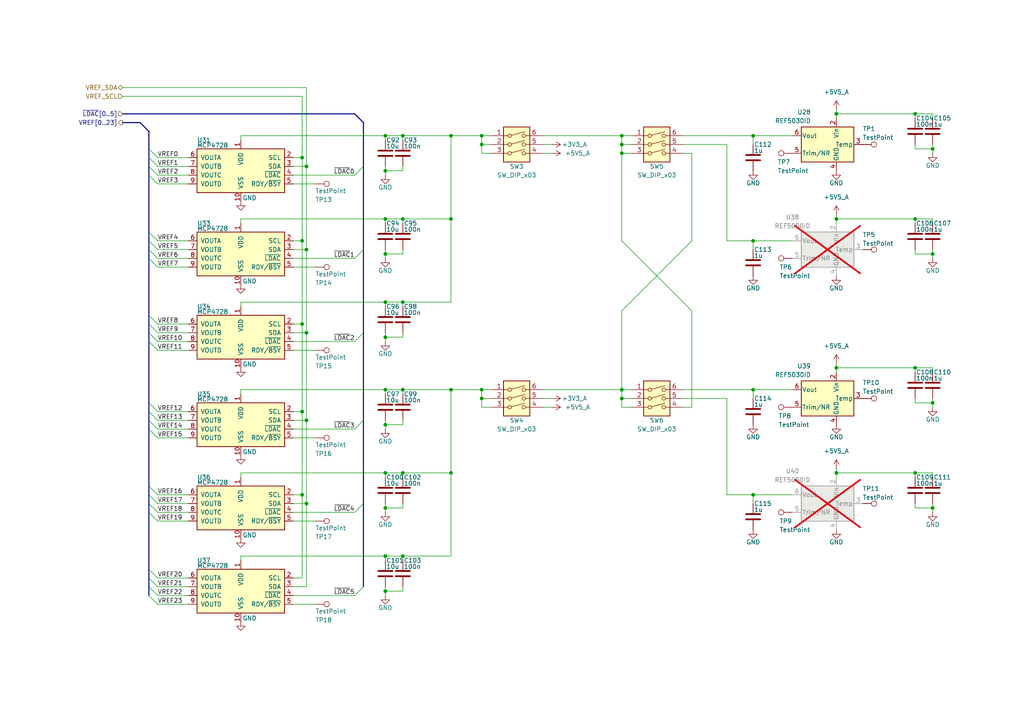
<source format=kicad_sch>
(kicad_sch (version 20250114) (generator "eeschema") (generator_version "9.0")
  (paper "A4")
  (lib_symbols
    (symbol "Analog_DAC:MCP4728" (pin_names (offset 1.016))
      (property "Reference" "U" (at -12.7 6.35 0))
      (property "Value" "MCP4728" (at 12.7 6.35 0))
      (symbol "MCP4728_0_1"
        (rectangle (start -12.7 5.08) (end 12.7 -7.62) (stroke (width 0.254)) (fill (type background)))
      )
      (symbol "MCP4728_1_1"
        (pin input line (at -15.24 2.54 0) (length 2.54) (name "SCL") (number "2"))
        (pin bidirectional line (at -15.24 0 0) (length 2.54) (name "SDA") (number "3"))
        (pin input line (at -15.24 -2.54 0) (length 2.54) (name "~{LDAC}") (number "4"))
        (pin output line (at -15.24 -5.08 0) (length 2.54) (name "RDY/~{BSY}") (number "5"))
        (pin power_in line (at 0 7.62 270) (length 2.54) (name "VDD") (number "1"))
        (pin power_in line (at 0 -10.16 90) (length 2.54) (name "VSS") (number "10"))
        (pin output line (at 15.24 2.54 180) (length 2.54) (name "VOUTA") (number "6"))
        (pin output line (at 15.24 0 180) (length 2.54) (name "VOUTB") (number "7"))
        (pin output line (at 15.24 -2.54 180) (length 2.54) (name "VOUTC") (number "8"))
        (pin output line (at 15.24 -5.08 180) (length 2.54) (name "VOUTD") (number "9"))
      )
    )
    (symbol "Connector:TestPoint" (pin_numbers (hide yes)) (pin_names (offset 0.762) (hide yes))
      (property "Reference" "TP" (at 0 6.858 0))
      (property "Value" "TestPoint" (at 0 5.08 0))
      (symbol "TestPoint_0_1"
        (circle (center 0 3.302) (radius 0.762))
      )
      (symbol "TestPoint_1_1"
        (pin passive line (at 0 0 90) (length 2.54) (name "1") (number "1"))
      )
    )
    (symbol "Device:C" (pin_numbers (hide yes)) (pin_names (offset 0.254))
      (property "Reference" "C" (at 0.635 2.54 0))
      (property "Value" "C" (at 0.635 -2.54 0))
      (symbol "C_0_1"
        (polyline (pts (xy -2.032 0.762) (xy 2.032 0.762)) (stroke (width 0.508)))
        (polyline (pts (xy -2.032 -0.762) (xy 2.032 -0.762)) (stroke (width 0.508)))
      )
      (symbol "C_1_1"
        (pin passive line (at 0 3.81 270) (length 2.794) (name "~") (number "1"))
        (pin passive line (at 0 -3.81 90) (length 2.794) (name "~") (number "2"))
      )
    )
    (symbol "Reference_Voltage:REF5030ID" (pin_names (offset 0.254))
      (property "Reference" "U" (at -1.27 8.255 0))
      (property "Value" "REF5030ID" (at -1.27 6.35 0))
      (symbol "REF5030ID_0_1"
        (rectangle (start -7.62 5.08) (end 7.62 -5.08) (stroke (width 0.254)) (fill (type background)))
      )
      (symbol "REF5030ID_1_1"
        (pin passive line (at -10.16 0 0) (length 2.54) (name "Temp") (number "3"))
        (pin no_connect line (at -7.62 2.54 0) (length 2.54) (hide yes) (name "DNC") (number "1"))
        (pin no_connect line (at -5.08 -5.08 90) (length 2.54) (hide yes) (name "NC") (number "7"))
        (pin power_in line (at -2.54 7.62 270) (length 2.54) (name "Vin") (number "2"))
        (pin power_in line (at -2.54 -7.62 90) (length 2.54) (name "GND") (number "4"))
        (pin no_connect line (at 7.62 0 180) (length 2.54) (hide yes) (name "DNC") (number "8"))
        (pin power_out line (at 10.16 2.54 180) (length 2.54) (name "Vout") (number "6"))
        (pin passive line (at 10.16 -2.54 180) (length 2.54) (name "Trim/NR") (number "5"))
      )
    )
    (symbol "Reference_Voltage:REF5050ID" (pin_names (offset 0.254))
      (property "Reference" "U" (at -1.27 8.255 0))
      (property "Value" "REF5050ID" (at -1.27 6.35 0))
      (symbol "REF5050ID_0_1"
        (rectangle (start -7.62 5.08) (end 7.62 -5.08) (stroke (width 0.254)) (fill (type background)))
      )
      (symbol "REF5050ID_1_1"
        (pin passive line (at -10.16 0 0) (length 2.54) (name "Temp") (number "3"))
        (pin no_connect line (at -7.62 2.54 0) (length 2.54) (hide yes) (name "DNC") (number "1"))
        (pin no_connect line (at -5.08 -5.08 90) (length 2.54) (hide yes) (name "NC") (number "7"))
        (pin power_in line (at -2.54 7.62 270) (length 2.54) (name "Vin") (number "2"))
        (pin power_in line (at -2.54 -7.62 90) (length 2.54) (name "GND") (number "4"))
        (pin no_connect line (at 7.62 0 180) (length 2.54) (hide yes) (name "DNC") (number "8"))
        (pin power_out line (at 10.16 2.54 180) (length 2.54) (name "Vout") (number "6"))
        (pin passive line (at 10.16 -2.54 180) (length 2.54) (name "Trim/NR") (number "5"))
      )
    )
    (symbol "Switch:SW_DIP_x03" (pin_names (offset 0) (hide yes))
      (property "Reference" "SW" (at 0 6.35 0))
      (property "Value" "SW_DIP_x03" (at 0 -6.35 0))
      (symbol "SW_DIP_x03_0_0"
        (circle (center -2.032 2.54) (radius 0.508))
        (circle (center -2.032 0) (radius 0.508))
        (circle (center -2.032 -2.54) (radius 0.508))
        (polyline (pts (xy -1.524 2.667) (xy 2.3622 3.7084)))
        (polyline (pts (xy -1.524 0.127) (xy 2.3622 1.1684)))
        (polyline (pts (xy -1.524 -2.413) (xy 2.3622 -1.3716)))
        (circle (center 2.032 2.54) (radius 0.508))
        (circle (center 2.032 0) (radius 0.508))
        (circle (center 2.032 -2.54) (radius 0.508))
      )
      (symbol "SW_DIP_x03_0_1"
        (rectangle (start -3.81 5.08) (end 3.81 -5.08) (stroke (width 0.254)) (fill (type background)))
      )
      (symbol "SW_DIP_x03_1_1"
        (pin passive line (at -7.62 2.54 0) (length 5.08) (name "~") (number "1"))
        (pin passive line (at -7.62 0 0) (length 5.08) (name "~") (number "2"))
        (pin passive line (at -7.62 -2.54 0) (length 5.08) (name "~") (number "3"))
        (pin passive line (at 7.62 2.54 180) (length 5.08) (name "~") (number "6"))
        (pin passive line (at 7.62 0 180) (length 5.08) (name "~") (number "5"))
        (pin passive line (at 7.62 -2.54 180) (length 5.08) (name "~") (number "4"))
      )
    )
    (symbol "power:+3V3" (power) (pin_numbers (hide yes)) (pin_names (offset 0) (hide yes))
      (property "Value" "+3V3" (at 0 3.556 0))
      (symbol "+3V3_0_1"
        (polyline (pts (xy -0.762 1.27) (xy 0 2.54)))
        (polyline (pts (xy 0 2.54) (xy 0.762 1.27)))
        (polyline (pts (xy 0 0) (xy 0 2.54)))
      )
      (symbol "+3V3_1_1"
        (pin power_in line (at 0 0 90) (length 0) (name "~") (number "1"))
      )
    )
    (symbol "power:GND" (power) (pin_numbers (hide yes)) (pin_names (offset 0) (hide yes))
      (property "Value" "GND" (at 0 -3.81 0))
      (symbol "GND_0_1"
        (polyline (pts (xy 0 0) (xy 0 -1.27) (xy 1.27 -1.27) (xy 0 -2.54) (xy -1.27 -1.27) (xy 0 -1.27)))
      )
      (symbol "GND_1_1"
        (pin power_in line (at 0 0 270) (length 0) (name "~") (number "1"))
      )
    )
  )
  (junction (at 139.7 113.03))
  (junction (at 130.81 113.03))
  (junction (at 88.9 48.26))
  (junction (at 88.9 121.92))
  (junction (at 111.76 171.45))
  (junction (at 87.63 119.38))
  (junction (at 180.34 39.37))
  (junction (at 139.7 41.91))
  (junction (at 111.76 147.32))
  (junction (at 242.57 137.16))
  (junction (at 265.43 137.16))
  (junction (at 111.76 73.66))
  (junction (at 116.84 137.16))
  (junction (at 111.76 97.79))
  (junction (at 180.34 41.91))
  (junction (at 180.34 115.57))
  (junction (at 139.7 39.37))
  (junction (at 242.57 63.5))
  (junction (at 116.84 87.63))
  (junction (at 111.76 137.16))
  (junction (at 130.81 39.37))
  (junction (at 139.7 115.57))
  (junction (at 242.57 33.02))
  (junction (at 88.9 96.52))
  (junction (at 87.63 93.98))
  (junction (at 218.44 69.85))
  (junction (at 116.84 39.37))
  (junction (at 270.51 73.66))
  (junction (at 88.9 146.05))
  (junction (at 87.63 45.72))
  (junction (at 180.34 44.45))
  (junction (at 111.76 63.5))
  (junction (at 116.84 161.29))
  (junction (at 111.76 113.03))
  (junction (at 111.76 123.19))
  (junction (at 116.84 113.03))
  (junction (at 242.57 106.68))
  (junction (at 88.9 72.39))
  (junction (at 116.84 63.5))
  (junction (at 87.63 143.51))
  (junction (at 265.43 63.5))
  (junction (at 111.76 39.37))
  (junction (at 265.43 33.02))
  (junction (at 180.34 113.03))
  (junction (at 111.76 87.63))
  (junction (at 270.51 43.18))
  (junction (at 111.76 161.29))
  (junction (at 130.81 63.5))
  (junction (at 87.63 69.85))
  (junction (at 265.43 106.68))
  (junction (at 270.51 116.84))
  (junction (at 270.51 147.32))
  (junction (at 218.44 143.51))
  (junction (at 218.44 39.37))
  (junction (at 130.81 137.16))
  (junction (at 111.76 49.53))
  (junction (at 218.44 113.03))
  (bus_entry (at 105.41 146.05) (size -2.54 2.54))
  (bus_entry (at 45.72 72.39) (size -2.54 -2.54))
  (bus_entry (at 45.72 48.26) (size -2.54 -2.54))
  (bus_entry (at 105.41 96.52) (size -2.54 2.54))
  (bus_entry (at 45.72 146.05) (size -2.54 -2.54))
  (bus_entry (at 105.41 72.39) (size -2.54 2.54))
  (bus_entry (at 45.72 119.38) (size -2.54 -2.54))
  (bus_entry (at 105.41 121.92) (size -2.54 2.54))
  (bus_entry (at 45.72 124.46) (size -2.54 -2.54))
  (bus_entry (at 45.72 53.34) (size -2.54 -2.54))
  (bus_entry (at 45.72 101.6) (size -2.54 -2.54))
  (bus_entry (at 45.72 172.72) (size -2.54 -2.54))
  (bus_entry (at 45.72 99.06) (size -2.54 -2.54))
  (bus_entry (at 45.72 127) (size -2.54 -2.54))
  (bus_entry (at 45.72 151.13) (size -2.54 -2.54))
  (bus_entry (at 45.72 143.51) (size -2.54 -2.54))
  (bus_entry (at 45.72 69.85) (size -2.54 -2.54))
  (bus_entry (at 45.72 121.92) (size -2.54 -2.54))
  (bus_entry (at 105.41 170.18) (size -2.54 2.54))
  (bus_entry (at 45.72 167.64) (size -2.54 -2.54))
  (bus_entry (at 45.72 96.52) (size -2.54 -2.54))
  (bus_entry (at 45.72 50.8) (size -2.54 -2.54))
  (bus_entry (at 45.72 175.26) (size -2.54 -2.54))
  (bus_entry (at 45.72 148.59) (size -2.54 -2.54))
  (bus_entry (at 45.72 74.93) (size -2.54 -2.54))
  (bus_entry (at 45.72 170.18) (size -2.54 -2.54))
  (bus_entry (at 45.72 93.98) (size -2.54 -2.54))
  (bus_entry (at 105.41 48.26) (size -2.54 2.54))
  (bus_entry (at 45.72 77.47) (size -2.54 -2.54))
  (bus_entry (at 45.72 45.72) (size -2.54 -2.54))
  (wire (pts (xy 265.43 43.18) (xy 270.51 43.18)))
  (wire (pts (xy 157.48 39.37) (xy 180.34 39.37)))
  (wire (pts (xy 270.51 34.29) (xy 270.51 33.02)))
  (bus (pts (xy 105.41 72.39) (xy 105.41 96.52)))
  (wire (pts (xy 139.7 115.57) (xy 139.7 113.03)))
  (wire (pts (xy 45.72 77.47) (xy 54.61 77.47)))
  (wire (pts (xy 69.85 39.37) (xy 111.76 39.37)))
  (wire (pts (xy 270.51 147.32) (xy 270.51 148.59)))
  (wire (pts (xy 87.63 119.38) (xy 87.63 143.51)))
  (wire (pts (xy 142.24 41.91) (xy 139.7 41.91)))
  (wire (pts (xy 218.44 39.37) (xy 218.44 41.91)))
  (wire (pts (xy 242.57 33.02) (xy 242.57 34.29)))
  (bus (pts (xy 105.41 121.92) (xy 105.41 146.05)))
  (wire (pts (xy 270.51 107.95) (xy 270.51 106.68)))
  (wire (pts (xy 116.84 48.26) (xy 116.84 49.53)))
  (wire (pts (xy 69.85 87.63) (xy 111.76 87.63)))
  (wire (pts (xy 142.24 44.45) (xy 139.7 44.45)))
  (bus (pts (xy 43.18 121.92) (xy 43.18 124.46)))
  (wire (pts (xy 45.72 72.39) (xy 54.61 72.39)))
  (wire (pts (xy 160.02 115.57) (xy 157.48 115.57)))
  (wire (pts (xy 87.63 69.85) (xy 87.63 45.72)))
  (wire (pts (xy 111.76 74.93) (xy 111.76 73.66)))
  (wire (pts (xy 116.84 113.03) (xy 116.84 114.3)))
  (wire (pts (xy 69.85 113.03) (xy 111.76 113.03)))
  (wire (pts (xy 182.88 118.11) (xy 180.34 118.11)))
  (wire (pts (xy 242.57 106.68) (xy 242.57 107.95)))
  (wire (pts (xy 265.43 72.39) (xy 265.43 73.66)))
  (wire (pts (xy 139.7 41.91) (xy 139.7 39.37)))
  (bus (pts (xy 35.56 33.02) (xy 102.87 33.02)))
  (wire (pts (xy 116.84 121.92) (xy 116.84 123.19)))
  (wire (pts (xy 270.51 137.16) (xy 265.43 137.16)))
  (wire (pts (xy 111.76 39.37) (xy 111.76 40.64)))
  (wire (pts (xy 45.72 119.38) (xy 54.61 119.38)))
  (wire (pts (xy 111.76 113.03) (xy 111.76 114.3)))
  (wire (pts (xy 116.84 161.29) (xy 130.81 161.29)))
  (wire (pts (xy 180.34 90.17) (xy 180.34 113.03)))
  (wire (pts (xy 111.76 99.06) (xy 111.76 97.79)))
  (wire (pts (xy 116.84 87.63) (xy 116.84 88.9)))
  (wire (pts (xy 45.72 151.13) (xy 54.61 151.13)))
  (bus (pts (xy 43.18 143.51) (xy 43.18 146.05)))
  (wire (pts (xy 111.76 161.29) (xy 111.76 162.56)))
  (wire (pts (xy 88.9 96.52) (xy 88.9 121.92)))
  (wire (pts (xy 116.84 87.63) (xy 130.81 87.63)))
  (wire (pts (xy 139.7 113.03) (xy 142.24 113.03)))
  (wire (pts (xy 35.56 27.94) (xy 87.63 27.94)))
  (wire (pts (xy 111.76 87.63) (xy 111.76 88.9)))
  (bus (pts (xy 102.87 33.02) (xy 105.41 35.56)))
  (wire (pts (xy 69.85 63.5) (xy 111.76 63.5)))
  (wire (pts (xy 85.09 69.85) (xy 87.63 69.85)))
  (wire (pts (xy 111.76 63.5) (xy 116.84 63.5)))
  (wire (pts (xy 218.44 113.03) (xy 229.87 113.03)))
  (wire (pts (xy 218.44 143.51) (xy 229.87 143.51)))
  (bus (pts (xy 43.18 170.18) (xy 43.18 172.72)))
  (wire (pts (xy 85.09 143.51) (xy 87.63 143.51)))
  (wire (pts (xy 210.82 115.57) (xy 210.82 143.51)))
  (bus (pts (xy 105.41 35.56) (xy 105.41 48.26)))
  (wire (pts (xy 200.66 44.45) (xy 198.12 44.45)))
  (bus (pts (xy 43.18 48.26) (xy 43.18 50.8)))
  (wire (pts (xy 180.34 44.45) (xy 180.34 69.85)))
  (wire (pts (xy 270.51 63.5) (xy 265.43 63.5)))
  (wire (pts (xy 116.84 39.37) (xy 130.81 39.37)))
  (wire (pts (xy 180.34 41.91) (xy 180.34 39.37)))
  (wire (pts (xy 160.02 41.91) (xy 157.48 41.91)))
  (wire (pts (xy 69.85 161.29) (xy 111.76 161.29)))
  (wire (pts (xy 180.34 44.45) (xy 180.34 41.91)))
  (wire (pts (xy 139.7 44.45) (xy 139.7 41.91)))
  (wire (pts (xy 242.57 63.5) (xy 242.57 64.77)))
  (wire (pts (xy 111.76 123.19) (xy 116.84 123.19)))
  (bus (pts (xy 105.41 146.05) (xy 105.41 170.18)))
  (wire (pts (xy 111.76 161.29) (xy 116.84 161.29)))
  (wire (pts (xy 265.43 73.66) (xy 270.51 73.66)))
  (wire (pts (xy 111.76 137.16) (xy 111.76 138.43)))
  (wire (pts (xy 85.09 101.6) (xy 91.44 101.6)))
  (bus (pts (xy 43.18 146.05) (xy 43.18 148.59)))
  (wire (pts (xy 45.72 45.72) (xy 54.61 45.72)))
  (wire (pts (xy 139.7 118.11) (xy 139.7 115.57)))
  (wire (pts (xy 130.81 39.37) (xy 139.7 39.37)))
  (wire (pts (xy 116.84 113.03) (xy 130.81 113.03)))
  (wire (pts (xy 111.76 39.37) (xy 116.84 39.37)))
  (wire (pts (xy 242.57 106.68) (xy 265.43 106.68)))
  (wire (pts (xy 265.43 33.02) (xy 265.43 34.29)))
  (wire (pts (xy 87.63 27.94) (xy 87.63 45.72)))
  (wire (pts (xy 111.76 148.59) (xy 111.76 147.32)))
  (wire (pts (xy 85.09 72.39) (xy 88.9 72.39)))
  (wire (pts (xy 116.84 96.52) (xy 116.84 97.79)))
  (wire (pts (xy 45.72 143.51) (xy 54.61 143.51)))
  (bus (pts (xy 43.18 69.85) (xy 43.18 72.39)))
  (wire (pts (xy 69.85 88.9) (xy 69.85 87.63)))
  (wire (pts (xy 35.56 25.4) (xy 88.9 25.4)))
  (wire (pts (xy 85.09 167.64) (xy 87.63 167.64)))
  (bus (pts (xy 43.18 167.64) (xy 43.18 170.18)))
  (wire (pts (xy 116.84 137.16) (xy 116.84 138.43)))
  (wire (pts (xy 45.72 101.6) (xy 54.61 101.6)))
  (wire (pts (xy 210.82 69.85) (xy 218.44 69.85)))
  (wire (pts (xy 200.66 90.17) (xy 200.66 118.11)))
  (bus (pts (xy 43.18 45.72) (xy 43.18 48.26)))
  (wire (pts (xy 69.85 114.3) (xy 69.85 113.03)))
  (bus (pts (xy 43.18 38.1) (xy 43.18 43.18)))
  (wire (pts (xy 45.72 146.05) (xy 54.61 146.05)))
  (wire (pts (xy 111.76 49.53) (xy 116.84 49.53)))
  (wire (pts (xy 116.84 137.16) (xy 130.81 137.16)))
  (wire (pts (xy 116.84 63.5) (xy 116.84 64.77)))
  (wire (pts (xy 218.44 39.37) (xy 229.87 39.37)))
  (bus (pts (xy 105.41 96.52) (xy 105.41 121.92)))
  (wire (pts (xy 265.43 146.05) (xy 265.43 147.32)))
  (wire (pts (xy 85.09 53.34) (xy 91.44 53.34)))
  (wire (pts (xy 111.76 73.66) (xy 116.84 73.66)))
  (wire (pts (xy 270.51 146.05) (xy 270.51 147.32)))
  (wire (pts (xy 111.76 147.32) (xy 116.84 147.32)))
  (wire (pts (xy 270.51 72.39) (xy 270.51 73.66)))
  (wire (pts (xy 270.51 41.91) (xy 270.51 43.18)))
  (wire (pts (xy 218.44 69.85) (xy 229.87 69.85)))
  (wire (pts (xy 85.09 74.93) (xy 102.87 74.93)))
  (bus (pts (xy 43.18 91.44) (xy 43.18 93.98)))
  (wire (pts (xy 69.85 40.64) (xy 69.85 39.37)))
  (wire (pts (xy 45.72 96.52) (xy 54.61 96.52)))
  (wire (pts (xy 85.09 99.06) (xy 102.87 99.06)))
  (wire (pts (xy 242.57 105.41) (xy 242.57 106.68)))
  (wire (pts (xy 87.63 143.51) (xy 87.63 167.64)))
  (wire (pts (xy 111.76 73.66) (xy 111.76 72.39)))
  (wire (pts (xy 45.72 99.06) (xy 54.61 99.06)))
  (wire (pts (xy 69.85 138.43) (xy 69.85 137.16)))
  (wire (pts (xy 242.57 135.89) (xy 242.57 137.16)))
  (wire (pts (xy 198.12 118.11) (xy 200.66 118.11)))
  (wire (pts (xy 200.66 69.85) (xy 180.34 90.17)))
  (wire (pts (xy 45.72 175.26) (xy 54.61 175.26)))
  (wire (pts (xy 85.09 119.38) (xy 87.63 119.38)))
  (wire (pts (xy 69.85 64.77) (xy 69.85 63.5)))
  (wire (pts (xy 116.84 146.05) (xy 116.84 147.32)))
  (wire (pts (xy 218.44 69.85) (xy 218.44 72.39)))
  (wire (pts (xy 242.57 137.16) (xy 242.57 138.43)))
  (bus (pts (xy 43.18 93.98) (xy 43.18 96.52)))
  (wire (pts (xy 45.72 127) (xy 54.61 127)))
  (wire (pts (xy 242.57 33.02) (xy 265.43 33.02)))
  (wire (pts (xy 88.9 48.26) (xy 88.9 72.39)))
  (wire (pts (xy 270.51 64.77) (xy 270.51 63.5)))
  (bus (pts (xy 43.18 72.39) (xy 43.18 74.93)))
  (wire (pts (xy 242.57 63.5) (xy 265.43 63.5)))
  (wire (pts (xy 45.72 50.8) (xy 54.61 50.8)))
  (wire (pts (xy 180.34 115.57) (xy 180.34 113.03)))
  (wire (pts (xy 182.88 41.91) (xy 180.34 41.91)))
  (wire (pts (xy 85.09 146.05) (xy 88.9 146.05)))
  (wire (pts (xy 198.12 41.91) (xy 210.82 41.91)))
  (wire (pts (xy 116.84 170.18) (xy 116.84 171.45)))
  (wire (pts (xy 88.9 170.18) (xy 85.09 170.18)))
  (wire (pts (xy 265.43 137.16) (xy 265.43 138.43)))
  (bus (pts (xy 43.18 67.31) (xy 43.18 69.85)))
  (wire (pts (xy 270.51 43.18) (xy 270.51 44.45)))
  (wire (pts (xy 265.43 115.57) (xy 265.43 116.84)))
  (wire (pts (xy 85.09 151.13) (xy 91.44 151.13)))
  (wire (pts (xy 157.48 113.03) (xy 180.34 113.03)))
  (wire (pts (xy 130.81 113.03) (xy 139.7 113.03)))
  (wire (pts (xy 111.76 87.63) (xy 116.84 87.63)))
  (wire (pts (xy 111.76 63.5) (xy 111.76 64.77)))
  (wire (pts (xy 87.63 45.72) (xy 85.09 45.72)))
  (wire (pts (xy 265.43 41.91) (xy 265.43 43.18)))
  (bus (pts (xy 43.18 50.8) (xy 43.18 67.31)))
  (wire (pts (xy 270.51 116.84) (xy 270.51 118.11)))
  (wire (pts (xy 111.76 147.32) (xy 111.76 146.05)))
  (wire (pts (xy 111.76 171.45) (xy 111.76 170.18)))
  (wire (pts (xy 265.43 147.32) (xy 270.51 147.32)))
  (wire (pts (xy 111.76 124.46) (xy 111.76 123.19)))
  (wire (pts (xy 270.51 138.43) (xy 270.51 137.16)))
  (wire (pts (xy 85.09 127) (xy 91.44 127)))
  (wire (pts (xy 45.72 74.93) (xy 54.61 74.93)))
  (wire (pts (xy 45.72 53.34) (xy 54.61 53.34)))
  (bus (pts (xy 43.18 119.38) (xy 43.18 121.92)))
  (wire (pts (xy 200.66 44.45) (xy 200.66 69.85)))
  (wire (pts (xy 265.43 106.68) (xy 265.43 107.95)))
  (wire (pts (xy 111.76 137.16) (xy 116.84 137.16)))
  (bus (pts (xy 105.41 48.26) (xy 105.41 72.39)))
  (wire (pts (xy 242.57 31.75) (xy 242.57 33.02)))
  (bus (pts (xy 43.18 99.06) (xy 43.18 116.84)))
  (wire (pts (xy 130.81 87.63) (xy 130.81 63.5)))
  (wire (pts (xy 142.24 118.11) (xy 139.7 118.11)))
  (bus (pts (xy 40.64 35.56) (xy 43.18 38.1)))
  (wire (pts (xy 160.02 118.11) (xy 157.48 118.11)))
  (wire (pts (xy 45.72 148.59) (xy 54.61 148.59)))
  (wire (pts (xy 182.88 44.45) (xy 180.34 44.45)))
  (bus (pts (xy 43.18 74.93) (xy 43.18 91.44)))
  (wire (pts (xy 116.84 161.29) (xy 116.84 162.56)))
  (bus (pts (xy 43.18 140.97) (xy 43.18 143.51)))
  (wire (pts (xy 87.63 93.98) (xy 87.63 119.38)))
  (wire (pts (xy 180.34 39.37) (xy 182.88 39.37)))
  (wire (pts (xy 85.09 48.26) (xy 88.9 48.26)))
  (wire (pts (xy 218.44 143.51) (xy 218.44 146.05)))
  (wire (pts (xy 45.72 170.18) (xy 54.61 170.18)))
  (wire (pts (xy 270.51 33.02) (xy 265.43 33.02)))
  (wire (pts (xy 111.76 172.72) (xy 111.76 171.45)))
  (bus (pts (xy 43.18 96.52) (xy 43.18 99.06)))
  (wire (pts (xy 198.12 113.03) (xy 218.44 113.03)))
  (wire (pts (xy 87.63 69.85) (xy 87.63 93.98)))
  (wire (pts (xy 218.44 113.03) (xy 218.44 115.57)))
  (wire (pts (xy 111.76 49.53) (xy 111.76 48.26)))
  (wire (pts (xy 85.09 124.46) (xy 102.87 124.46)))
  (wire (pts (xy 180.34 69.85) (xy 200.66 90.17)))
  (wire (pts (xy 198.12 39.37) (xy 218.44 39.37)))
  (wire (pts (xy 85.09 77.47) (xy 91.44 77.47)))
  (wire (pts (xy 111.76 171.45) (xy 116.84 171.45)))
  (wire (pts (xy 116.84 72.39) (xy 116.84 73.66)))
  (wire (pts (xy 270.51 115.57) (xy 270.51 116.84)))
  (wire (pts (xy 270.51 73.66) (xy 270.51 74.93)))
  (bus (pts (xy 43.18 116.84) (xy 43.18 119.38)))
  (wire (pts (xy 160.02 44.45) (xy 157.48 44.45)))
  (wire (pts (xy 88.9 72.39) (xy 88.9 96.52)))
  (bus (pts (xy 43.18 165.1) (xy 43.18 167.64)))
  (wire (pts (xy 116.84 39.37) (xy 116.84 40.64)))
  (wire (pts (xy 242.57 62.23) (xy 242.57 63.5)))
  (wire (pts (xy 242.57 137.16) (xy 265.43 137.16)))
  (wire (pts (xy 182.88 115.57) (xy 180.34 115.57)))
  (wire (pts (xy 85.09 148.59) (xy 102.87 148.59)))
  (wire (pts (xy 210.82 143.51) (xy 218.44 143.51)))
  (wire (pts (xy 85.09 93.98) (xy 87.63 93.98)))
  (wire (pts (xy 88.9 25.4) (xy 88.9 48.26)))
  (wire (pts (xy 69.85 137.16) (xy 111.76 137.16)))
  (wire (pts (xy 69.85 162.56) (xy 69.85 161.29)))
  (wire (pts (xy 111.76 123.19) (xy 111.76 121.92)))
  (wire (pts (xy 85.09 96.52) (xy 88.9 96.52)))
  (wire (pts (xy 45.72 121.92) (xy 54.61 121.92)))
  (wire (pts (xy 85.09 172.72) (xy 102.87 172.72)))
  (wire (pts (xy 265.43 116.84) (xy 270.51 116.84)))
  (wire (pts (xy 130.81 137.16) (xy 130.81 113.03)))
  (wire (pts (xy 45.72 93.98) (xy 54.61 93.98)))
  (wire (pts (xy 180.34 113.03) (xy 182.88 113.03)))
  (wire (pts (xy 180.34 118.11) (xy 180.34 115.57)))
  (wire (pts (xy 45.72 167.64) (xy 54.61 167.64)))
  (wire (pts (xy 88.9 146.05) (xy 88.9 170.18)))
  (wire (pts (xy 210.82 41.91) (xy 210.82 69.85)))
  (wire (pts (xy 265.43 63.5) (xy 265.43 64.77)))
  (wire (pts (xy 130.81 161.29) (xy 130.81 137.16)))
  (wire (pts (xy 45.72 172.72) (xy 54.61 172.72)))
  (wire (pts (xy 45.72 124.46) (xy 54.61 124.46)))
  (wire (pts (xy 270.51 106.68) (xy 265.43 106.68)))
  (wire (pts (xy 111.76 50.8) (xy 111.76 49.53)))
  (wire (pts (xy 116.84 63.5) (xy 130.81 63.5)))
  (wire (pts (xy 45.72 48.26) (xy 54.61 48.26)))
  (wire (pts (xy 88.9 121.92) (xy 88.9 146.05)))
  (wire (pts (xy 111.76 113.03) (xy 116.84 113.03)))
  (bus (pts (xy 43.18 148.59) (xy 43.18 165.1)))
  (wire (pts (xy 130.81 39.37) (xy 130.81 63.5)))
  (bus (pts (xy 35.56 35.56) (xy 40.64 35.56)))
  (wire (pts (xy 85.09 121.92) (xy 88.9 121.92)))
  (wire (pts (xy 198.12 115.57) (xy 210.82 115.57)))
  (wire (pts (xy 139.7 39.37) (xy 142.24 39.37)))
  (wire (pts (xy 111.76 97.79) (xy 111.76 96.52)))
  (bus (pts (xy 43.18 43.18) (xy 43.18 45.72)))
  (wire (pts (xy 85.09 50.8) (xy 102.87 50.8)))
  (bus (pts (xy 43.18 124.46) (xy 43.18 140.97)))
  (wire (pts (xy 45.72 69.85) (xy 54.61 69.85)))
  (wire (pts (xy 111.76 97.79) (xy 116.84 97.79)))
  (wire (pts (xy 85.09 175.26) (xy 91.44 175.26)))
  (wire (pts (xy 142.24 115.57) (xy 139.7 115.57)))
  (label "VREF10" (at 45.72 99.06 0))
  (label "VREF18" (at 45.72 148.59 0))
  (label "VREF17" (at 45.72 146.05 0))
  (label "VREF1" (at 45.72 48.26 0))
  (label "VREF4" (at 45.72 69.85 0))
  (label "VREF11" (at 45.72 101.6 0))
  (label "~{LDAC}2" (at 102.87 99.06 180))
  (label "VREF8" (at 45.72 93.98 0))
  (label "VREF16" (at 45.72 143.51 0))
  (label "~{LDAC}0" (at 102.87 50.8 180))
  (label "VREF19" (at 45.72 151.13 0))
  (label "~{LDAC}3" (at 102.87 124.46 180))
  (label "VREF14" (at 45.72 124.46 0))
  (label "VREF22" (at 45.72 172.72 0))
  (label "VREF7" (at 45.72 77.47 0))
  (label "VREF6" (at 45.72 74.93 0))
  (label "~{LDAC}4" (at 102.87 148.59 180))
  (label "~{LDAC}1" (at 102.87 74.93 180))
  (label "VREF3" (at 45.72 53.34 0))
  (label "VREF23" (at 45.72 175.26 0))
  (label "~{LDAC}5" (at 102.87 172.72 180))
  (label "VREF9" (at 45.72 96.52 0))
  (label "VREF13" (at 45.72 121.92 0))
  (label "VREF20" (at 45.72 167.64 0))
  (label "VREF2" (at 45.72 50.8 0))
  (label "VREF5" (at 45.72 72.39 0))
  (label "VREF0" (at 45.72 45.72 0))
  (label "VREF12" (at 45.72 119.38 0))
  (label "VREF15" (at 45.72 127 0))
  (label "VREF21" (at 45.72 170.18 0))
  (hierarchical_label "VREF_SCL" (shape input) (at 35.56 27.94 180))
  (hierarchical_label "VREF[0..23]" (shape output) (at 35.56 35.56 180))
  (hierarchical_label "VREF_SDA" (shape bidirectional) (at 35.56 25.4 180))
  (hierarchical_label "~{LDAC}[0..5]" (shape input) (at 35.56 33.02 180))
  (symbol (lib_id "power:GND") (at 242.57 80.01 0) (unit 1)
    (property "Reference" "#PWR0146" (effects (hide yes)))
    (property "Value" "GND" (at 242.57 83.566 0))
    (property "Description" "Power symbol creates a global label with name \"GND\" , ground" (effects (hide yes)))
  )
  (symbol (lib_id "Device:C") (at 116.84 44.45 0) (unit 1)
    (property "Reference" "C93" (at 117.094 40.64 0) (effects (justify left)))
    (property "Value" "100n" (at 117.094 42.4181 0) (effects (justify left)))
    (property "Description" "Unpolarized capacitor" (effects (hide yes)))
  )
  (symbol (lib_id "power:GND") (at 69.85 156.21 0) (unit 1)
    (property "Reference" "#PWR0143" (effects (hide yes)))
    (property "Value" "GND" (at 72.39 155.194 0))
    (property "Description" "Power symbol creates a global label with name \"GND\" , ground" (effects (hide yes)))
  )
  (symbol (lib_id "Connector:TestPoint") (at 229.87 74.93 90) (mirror x) (unit 1)
    (property "Reference" "TP6" (at 226.06 77.47 90) (effects (justify right)))
    (property "Value" "TestPoint" (at 226.06 80.01 90) (effects (justify right)))
    (property "Description" "test point" (effects (hide yes)))
  )
  (symbol (lib_id "power:GND") (at 111.76 124.46 0) (unit 1)
    (property "Reference" "#PWR0153" (effects (hide yes)))
    (property "Value" "GND" (at 111.76 128.016 0))
    (property "Description" "Power symbol creates a global label with name \"GND\" , ground" (effects (hide yes)))
  )
  (symbol (lib_id "power:GND") (at 242.57 153.67 0) (unit 1)
    (property "Reference" "#PWR0158" (effects (hide yes)))
    (property "Value" "GND" (at 242.57 157.226 0))
    (property "Description" "Power symbol creates a global label with name \"GND\" , ground" (effects (hide yes)))
  )
  (symbol (lib_id "power:GND") (at 218.44 123.19 0) (unit 1)
    (property "Reference" "#PWR0164" (effects (hide yes)))
    (property "Value" "GND" (at 218.44 126.746 0))
    (property "Description" "Power symbol creates a global label with name \"GND\" , ground" (effects (hide yes)))
  )
  (symbol (lib_id "Device:C") (at 116.84 68.58 0) (unit 1)
    (property "Reference" "C95" (at 117.094 64.77 0) (effects (justify left)))
    (property "Value" "100n" (at 117.094 66.5481 0) (effects (justify left)))
    (property "Description" "Unpolarized capacitor" (effects (hide yes)))
  )
  (symbol (lib_id "Device:C") (at 111.76 92.71 0) (unit 1)
    (property "Reference" "C96" (at 112.014 88.9 0) (effects (justify left)))
    (property "Value" "10u" (at 112.014 90.6781 0) (effects (justify left)))
    (property "Description" "Unpolarized capacitor" (effects (hide yes)))
  )
  (symbol (lib_id "power:GND") (at 218.44 80.01 0) (unit 1)
    (property "Reference" "#PWR0163" (effects (hide yes)))
    (property "Value" "GND" (at 218.44 83.566 0))
    (property "Description" "Power symbol creates a global label with name \"GND\" , ground" (effects (hide yes)))
  )
  (symbol (lib_id "Switch:SW_DIP_x03") (at 149.86 41.91 0) (unit 1)
    (property "Reference" "SW3" (at 149.86 48.26 0))
    (property "Value" "SW_DIP_x03" (at 149.86 50.8 0))
    (property "Description" "3x DIP Switch, Single Pole Single Throw (SPST) switch, small symbol" (effects (hide yes)))
  )
  (symbol (lib_id "power:GND") (at 242.57 49.53 0) (unit 1)
    (property "Reference" "#PWR0138" (effects (hide yes)))
    (property "Value" "GND" (at 242.57 53.086 0))
    (property "Description" "Power symbol creates a global label with name \"GND\" , ground" (effects (hide yes)))
  )
  (symbol (lib_id "power:GND") (at 270.51 44.45 0) (unit 1)
    (property "Reference" "#PWR0148" (effects (hide yes)))
    (property "Value" "GND" (at 270.51 48.006 0))
    (property "Description" "Power symbol creates a global label with name \"GND\" , ground" (effects (hide yes)))
  )
  (symbol (lib_id "Device:C") (at 218.44 76.2 0) (unit 1)
    (property "Reference" "C113" (at 218.694 72.39 0) (effects (justify left)))
    (property "Value" "1u" (at 218.694 74.1681 0) (effects (justify left)))
    (property "Description" "Unpolarized capacitor" (effects (hide yes)))
  )
  (symbol (lib_id "power:+3V3") (at 242.57 62.23 0) (unit 1)
    (property "Reference" "#PWR0144" (effects (hide yes)))
    (property "Value" "+5V5_A" (at 242.57 57.15 0))
    (property "Description" "Power symbol creates a global label with name \"+3V3\"" (effects (hide yes)))
  )
  (symbol (lib_id "Connector:TestPoint") (at 229.87 118.11 90) (mirror x) (unit 1)
    (property "Reference" "TP8" (at 225.806 120.65 90) (effects (justify right)))
    (property "Value" "TestPoint" (at 225.806 123.19 90) (effects (justify right)))
    (property "Description" "test point" (effects (hide yes)))
  )
  (symbol (lib_id "Device:C") (at 265.43 68.58 0) (unit 1)
    (property "Reference" "C106" (at 265.684 64.77 0) (effects (justify left)))
    (property "Value" "100n" (at 265.684 66.5481 0) (effects (justify left)))
    (property "Description" "Unpolarized capacitor" (effects (hide yes)))
  )
  (symbol (lib_id "Reference_Voltage:REF5050ID") (at 240.03 72.39 0) (mirror y) (unit 1) (dnp yes)
    (property "Reference" "U38" (at 229.87 62.992 0))
    (property "Value" "REF5050ID" (at 229.87 65.532 0))
    (property "Footprint" "Package_SO:SOIC-8_3.9x4.9mm_P1.27mm" (effects (hide yes)))
    (property "Datasheet" "http://www.ti.com/lit/ds/symlink/ref5030.pdf" (effects (hide yes)))
    (property "Description" "5V 0.05% 10mA Low Noise Precision Voltage Reference, SO-8" (effects (hide yes)))
  )
  (symbol (lib_id "power:+3V3") (at 160.02 118.11 270) (unit 1)
    (property "Reference" "#PWR0136" (effects (hide yes)))
    (property "Value" "+5V5_A" (at 163.83 118.1099 90) (effects (justify left)))
    (property "Description" "Power symbol creates a global label with name \"+3V3\"" (effects (hide yes)))
  )
  (symbol (lib_id "Device:C") (at 116.84 92.71 0) (unit 1)
    (property "Reference" "C98" (at 117.094 88.9 0) (effects (justify left)))
    (property "Value" "100n" (at 117.094 90.6781 0) (effects (justify left)))
    (property "Description" "Unpolarized capacitor" (effects (hide yes)))
  )
  (symbol (lib_id "Connector:TestPoint") (at 250.19 72.39 270) (unit 1)
    (property "Reference" "TP5" (at 250.19 68.072 90) (effects (justify left)))
    (property "Value" "TestPoint" (at 250.19 70.612 90) (effects (justify left)))
    (property "Description" "test point" (effects (hide yes)))
  )
  (symbol (lib_id "Device:C") (at 265.43 111.76 0) (unit 1)
    (property "Reference" "C108" (at 265.684 107.95 0) (effects (justify left)))
    (property "Value" "100n" (at 265.684 109.7281 0) (effects (justify left)))
    (property "Description" "Unpolarized capacitor" (effects (hide yes)))
  )
  (symbol (lib_id "Connector:TestPoint") (at 91.44 127 270) (mirror x) (unit 1)
    (property "Reference" "TP16" (at 91.44 131.572 90) (effects (justify left)))
    (property "Value" "TestPoint" (at 91.44 129.032 90) (effects (justify left)))
    (property "Description" "test point" (effects (hide yes)))
  )
  (symbol (lib_id "Device:C") (at 270.51 111.76 0) (unit 1)
    (property "Reference" "C110" (at 270.764 107.95 0) (effects (justify left)))
    (property "Value" "1u" (at 270.764 109.7281 0) (effects (justify left)))
    (property "Description" "Unpolarized capacitor" (effects (hide yes)))
  )
  (symbol (lib_id "Device:C") (at 218.44 149.86 0) (unit 1)
    (property "Reference" "C115" (at 218.694 146.05 0) (effects (justify left)))
    (property "Value" "1u" (at 218.694 147.8281 0) (effects (justify left)))
    (property "Description" "Unpolarized capacitor" (effects (hide yes)))
  )
  (symbol (lib_id "Device:C") (at 111.76 118.11 0) (unit 1)
    (property "Reference" "C97" (at 112.014 114.3 0) (effects (justify left)))
    (property "Value" "10u" (at 112.014 116.0781 0) (effects (justify left)))
    (property "Description" "Unpolarized capacitor" (effects (hide yes)))
  )
  (symbol (lib_id "power:GND") (at 270.51 148.59 0) (unit 1)
    (property "Reference" "#PWR0161" (effects (hide yes)))
    (property "Value" "GND" (at 270.51 152.146 0))
    (property "Description" "Power symbol creates a global label with name \"GND\" , ground" (effects (hide yes)))
  )
  (symbol (lib_id "power:GND") (at 69.85 132.08 0) (unit 1)
    (property "Reference" "#PWR0141" (effects (hide yes)))
    (property "Value" "GND" (at 72.39 131.064 0))
    (property "Description" "Power symbol creates a global label with name \"GND\" , ground" (effects (hide yes)))
  )
  (symbol (lib_id "Device:C") (at 265.43 38.1 0) (unit 1)
    (property "Reference" "C104" (at 265.684 34.29 0) (effects (justify left)))
    (property "Value" "100n" (at 265.684 36.0681 0) (effects (justify left)))
    (property "Description" "Unpolarized capacitor" (effects (hide yes)))
  )
  (symbol (lib_id "Switch:SW_DIP_x03") (at 190.5 115.57 0) (unit 1)
    (property "Reference" "SW6" (at 190.5 121.92 0))
    (property "Value" "SW_DIP_x03" (at 190.5 124.46 0))
    (property "Description" "3x DIP Switch, Single Pole Single Throw (SPST) switch, small symbol" (effects (hide yes)))
  )
  (symbol (lib_id "Connector:TestPoint") (at 250.19 115.57 270) (unit 1)
    (property "Reference" "TP10" (at 250.19 110.998 90) (effects (justify left)))
    (property "Value" "TestPoint" (at 250.19 113.538 90) (effects (justify left)))
    (property "Description" "test point" (effects (hide yes)))
  )
  (symbol (lib_id "power:GND") (at 218.44 153.67 0) (unit 1)
    (property "Reference" "#PWR0165" (effects (hide yes)))
    (property "Value" "GND" (at 218.44 157.226 0))
    (property "Description" "Power symbol creates a global label with name \"GND\" , ground" (effects (hide yes)))
  )
  (symbol (lib_id "Switch:SW_DIP_x03") (at 190.5 41.91 0) (unit 1)
    (property "Reference" "SW5" (at 190.5 48.26 0))
    (property "Value" "SW_DIP_x03" (at 190.5 50.8 0))
    (property "Description" "3x DIP Switch, Single Pole Single Throw (SPST) switch, small symbol" (effects (hide yes)))
  )
  (symbol (lib_id "Reference_Voltage:REF5030ID") (at 240.03 115.57 0) (mirror y) (unit 1)
    (property "Reference" "U39" (at 235.204 106.172 0) (effects (justify left)))
    (property "Value" "REF5030ID" (at 235.204 108.712 0) (effects (justify left)))
    (property "Footprint" "Package_SO:SOIC-8_3.9x4.9mm_P1.27mm" (effects (hide yes)))
    (property "Datasheet" "http://www.ti.com/lit/ds/symlink/ref5030.pdf" (effects (hide yes)))
    (property "Description" "3V 0.05% 10mA Low Noise Precision Voltage Reference, SO-8" (effects (hide yes)))
  )
  (symbol (lib_id "Connector:TestPoint") (at 250.19 146.05 270) (unit 1)
    (property "Reference" "TP11" (at 250.19 141.732 90) (effects (justify left)))
    (property "Value" "TestPoint" (at 250.19 144.272 90) (effects (justify left)))
    (property "Description" "test point" (effects (hide yes)))
  )
  (symbol (lib_id "Connector:TestPoint") (at 229.87 44.45 90) (mirror x) (unit 1)
    (property "Reference" "TP7" (at 225.552 46.99 90) (effects (justify right)))
    (property "Value" "TestPoint" (at 225.552 49.53 90) (effects (justify right)))
    (property "Description" "test point" (effects (hide yes)))
  )
  (symbol (lib_id "power:GND") (at 270.51 74.93 0) (unit 1)
    (property "Reference" "#PWR0150" (effects (hide yes)))
    (property "Value" "GND" (at 270.51 78.486 0))
    (property "Description" "Power symbol creates a global label with name \"GND\" , ground" (effects (hide yes)))
  )
  (symbol (lib_id "Analog_DAC:MCP4728") (at 69.85 72.39 0) (mirror y) (unit 1)
    (property "Reference" "U33" (at 57.15 64.77 0) (effects (justify right)))
    (property "Value" "MCP4728" (at 57.15 66.294 0) (effects (justify right)))
    (property "Footprint" "Package_SO:MSOP-10_3x3mm_P0.5mm" (effects (hide yes)))
    (property "Datasheet" "http://ww1.microchip.com/downloads/en/DeviceDoc/22187E.pdf" (effects (hide yes)))
    (property "Description" "12-bit digital to analog converter, quad output, 2.048V internal reference, integrated EEPROM, I2C interface" (effects (hide yes)))
  )
  (symbol (lib_id "Connector:TestPoint") (at 250.19 41.91 270) (unit 1)
    (property "Reference" "TP1" (at 250.19 37.338 90) (effects (justify left)))
    (property "Value" "TestPoint" (at 250.19 39.878 90) (effects (justify left)))
    (property "Description" "test point" (effects (hide yes)))
  )
  (symbol (lib_id "Connector:TestPoint") (at 229.87 148.59 90) (mirror x) (unit 1)
    (property "Reference" "TP9" (at 226.06 151.13 90) (effects (justify right)))
    (property "Value" "TestPoint" (at 226.06 153.67 90) (effects (justify right)))
    (property "Description" "test point" (effects (hide yes)))
  )
  (symbol (lib_id "power:+3V3") (at 160.02 44.45 270) (unit 1)
    (property "Reference" "#PWR0140" (effects (hide yes)))
    (property "Value" "+5V5_A" (at 163.83 44.4499 90) (effects (justify left)))
    (property "Description" "Power symbol creates a global label with name \"+3V3\"" (effects (hide yes)))
  )
  (symbol (lib_id "Device:C") (at 218.44 119.38 0) (unit 1)
    (property "Reference" "C114" (at 218.694 115.57 0) (effects (justify left)))
    (property "Value" "1u" (at 218.694 117.3481 0) (effects (justify left)))
    (property "Description" "Unpolarized capacitor" (effects (hide yes)))
  )
  (symbol (lib_id "power:GND") (at 218.44 49.53 0) (unit 1)
    (property "Reference" "#PWR0162" (effects (hide yes)))
    (property "Value" "GND" (at 218.44 53.086 0))
    (property "Description" "Power symbol creates a global label with name \"GND\" , ground" (effects (hide yes)))
  )
  (symbol (lib_id "Reference_Voltage:REF5030ID") (at 240.03 41.91 0) (mirror y) (unit 1)
    (property "Reference" "U28" (at 235.204 32.512 0) (effects (justify left)))
    (property "Value" "REF5030ID" (at 235.204 35.052 0) (effects (justify left)))
    (property "Footprint" "Package_SO:SOIC-8_3.9x4.9mm_P1.27mm" (effects (hide yes)))
    (property "Datasheet" "http://www.ti.com/lit/ds/symlink/ref5030.pdf" (effects (hide yes)))
    (property "Description" "3V 0.05% 10mA Low Noise Precision Voltage Reference, SO-8" (effects (hide yes)))
  )
  (symbol (lib_id "Connector:TestPoint") (at 91.44 151.13 270) (mirror x) (unit 1)
    (property "Reference" "TP17" (at 91.44 155.702 90) (effects (justify left)))
    (property "Value" "TestPoint" (at 91.44 153.162 90) (effects (justify left)))
    (property "Description" "test point" (effects (hide yes)))
  )
  (symbol (lib_id "Connector:TestPoint") (at 91.44 175.26 270) (mirror x) (unit 1)
    (property "Reference" "TP18" (at 91.44 179.832 90) (effects (justify left)))
    (property "Value" "TestPoint" (at 91.44 177.292 90) (effects (justify left)))
    (property "Description" "test point" (effects (hide yes)))
  )
  (symbol (lib_id "Switch:SW_DIP_x03") (at 149.86 115.57 0) (unit 1)
    (property "Reference" "SW4" (at 149.86 121.92 0))
    (property "Value" "SW_DIP_x03" (at 149.86 124.46 0))
    (property "Description" "3x DIP Switch, Single Pole Single Throw (SPST) switch, small symbol" (effects (hide yes)))
  )
  (symbol (lib_id "Device:C") (at 270.51 68.58 0) (unit 1)
    (property "Reference" "C107" (at 270.764 64.77 0) (effects (justify left)))
    (property "Value" "1u" (at 270.764 66.5481 0) (effects (justify left)))
    (property "Description" "Unpolarized capacitor" (effects (hide yes)))
  )
  (symbol (lib_id "power:+3V3") (at 242.57 105.41 0) (unit 1)
    (property "Reference" "#PWR0152" (effects (hide yes)))
    (property "Value" "+5V5_A" (at 242.57 100.33 0))
    (property "Description" "Power symbol creates a global label with name \"+3V3\"" (effects (hide yes)))
  )
  (symbol (lib_id "Device:C") (at 116.84 166.37 0) (unit 1)
    (property "Reference" "C103" (at 117.094 162.56 0) (effects (justify left)))
    (property "Value" "100n" (at 117.094 164.3381 0) (effects (justify left)))
    (property "Description" "Unpolarized capacitor" (effects (hide yes)))
  )
  (symbol (lib_id "power:GND") (at 69.85 58.42 0) (unit 1)
    (property "Reference" "#PWR066" (effects (hide yes)))
    (property "Value" "GND" (at 72.39 57.404 0))
    (property "Description" "Power symbol creates a global label with name \"GND\" , ground" (effects (hide yes)))
  )
  (symbol (lib_id "Device:C") (at 265.43 142.24 0) (unit 1)
    (property "Reference" "C109" (at 265.684 138.43 0) (effects (justify left)))
    (property "Value" "100n" (at 265.684 140.2081 0) (effects (justify left)))
    (property "Description" "Unpolarized capacitor" (effects (hide yes)))
  )
  (symbol (lib_id "power:GND") (at 111.76 172.72 0) (unit 1)
    (property "Reference" "#PWR0157" (effects (hide yes)))
    (property "Value" "GND" (at 111.76 176.276 0))
    (property "Description" "Power symbol creates a global label with name \"GND\" , ground" (effects (hide yes)))
  )
  (symbol (lib_id "Device:C") (at 111.76 68.58 0) (unit 1)
    (property "Reference" "C94" (at 112.014 64.77 0) (effects (justify left)))
    (property "Value" "10u" (at 112.014 66.5481 0) (effects (justify left)))
    (property "Description" "Unpolarized capacitor" (effects (hide yes)))
  )
  (symbol (lib_id "Device:C") (at 270.51 142.24 0) (unit 1)
    (property "Reference" "C111" (at 270.764 138.43 0) (effects (justify left)))
    (property "Value" "1u" (at 270.764 140.2081 0) (effects (justify left)))
    (property "Description" "Unpolarized capacitor" (effects (hide yes)))
  )
  (symbol (lib_id "power:GND") (at 242.57 123.19 0) (unit 1)
    (property "Reference" "#PWR0154" (effects (hide yes)))
    (property "Value" "GND" (at 242.57 126.746 0))
    (property "Description" "Power symbol creates a global label with name \"GND\" , ground" (effects (hide yes)))
  )
  (symbol (lib_id "Analog_DAC:MCP4728") (at 69.85 96.52 0) (mirror y) (unit 1)
    (property "Reference" "U34" (at 57.15 88.9 0) (effects (justify right)))
    (property "Value" "MCP4728" (at 57.15 90.424 0) (effects (justify right)))
    (property "Footprint" "Package_SO:MSOP-10_3x3mm_P0.5mm" (effects (hide yes)))
    (property "Datasheet" "http://ww1.microchip.com/downloads/en/DeviceDoc/22187E.pdf" (effects (hide yes)))
    (property "Description" "12-bit digital to analog converter, quad output, 2.048V internal reference, integrated EEPROM, I2C interface" (effects (hide yes)))
  )
  (symbol (lib_id "Device:C") (at 270.51 38.1 0) (unit 1)
    (property "Reference" "C105" (at 270.764 34.29 0) (effects (justify left)))
    (property "Value" "1u" (at 270.764 36.0681 0) (effects (justify left)))
    (property "Description" "Unpolarized capacitor" (effects (hide yes)))
  )
  (symbol (lib_id "power:+3V3") (at 160.02 115.57 270) (unit 1)
    (property "Reference" "#PWR067" (effects (hide yes)))
    (property "Value" "+3V3_A" (at 166.624 115.57 90))
    (property "Description" "Power symbol creates a global label with name \"+3V3\"" (effects (hide yes)))
  )
  (symbol (lib_id "Connector:TestPoint") (at 91.44 53.34 270) (mirror x) (unit 1)
    (property "Reference" "TP13" (at 91.44 57.912 90) (effects (justify left)))
    (property "Value" "TestPoint" (at 91.44 55.372 90) (effects (justify left)))
    (property "Description" "test point" (effects (hide yes)))
  )
  (symbol (lib_id "Connector:TestPoint") (at 91.44 77.47 270) (mirror x) (unit 1)
    (property "Reference" "TP14" (at 91.44 82.042 90) (effects (justify left)))
    (property "Value" "TestPoint" (at 91.44 79.502 90) (effects (justify left)))
    (property "Description" "test point" (effects (hide yes)))
  )
  (symbol (lib_id "power:GND") (at 111.76 50.8 0) (unit 1)
    (property "Reference" "#PWR0147" (effects (hide yes)))
    (property "Value" "GND" (at 111.76 54.356 0))
    (property "Description" "Power symbol creates a global label with name \"GND\" , ground" (effects (hide yes)))
  )
  (symbol (lib_id "Reference_Voltage:REF5050ID") (at 240.03 146.05 0) (mirror y) (unit 1) (dnp yes)
    (property "Reference" "U40" (at 229.87 136.652 0))
    (property "Value" "REF5050ID" (at 229.87 139.192 0))
    (property "Footprint" "Package_SO:SOIC-8_3.9x4.9mm_P1.27mm" (effects (hide yes)))
    (property "Datasheet" "http://www.ti.com/lit/ds/symlink/ref5030.pdf" (effects (hide yes)))
    (property "Description" "5V 0.05% 10mA Low Noise Precision Voltage Reference, SO-8" (effects (hide yes)))
  )
  (symbol (lib_id "Analog_DAC:MCP4728") (at 69.85 121.92 0) (mirror y) (unit 1)
    (property "Reference" "U35" (at 57.15 114.3 0) (effects (justify right)))
    (property "Value" "MCP4728" (at 57.15 115.824 0) (effects (justify right)))
    (property "Footprint" "Package_SO:MSOP-10_3x3mm_P0.5mm" (effects (hide yes)))
    (property "Datasheet" "http://ww1.microchip.com/downloads/en/DeviceDoc/22187E.pdf" (effects (hide yes)))
    (property "Description" "12-bit digital to analog converter, quad output, 2.048V internal reference, integrated EEPROM, I2C interface" (effects (hide yes)))
  )
  (symbol (lib_id "Analog_DAC:MCP4728") (at 69.85 146.05 0) (mirror y) (unit 1)
    (property "Reference" "U36" (at 57.15 138.43 0) (effects (justify right)))
    (property "Value" "MCP4728" (at 57.15 139.954 0) (effects (justify right)))
    (property "Footprint" "Package_SO:MSOP-10_3x3mm_P0.5mm" (effects (hide yes)))
    (property "Datasheet" "http://ww1.microchip.com/downloads/en/DeviceDoc/22187E.pdf" (effects (hide yes)))
    (property "Description" "12-bit digital to analog converter, quad output, 2.048V internal reference, integrated EEPROM, I2C interface" (effects (hide yes)))
  )
  (symbol (lib_id "Device:C") (at 116.84 118.11 0) (unit 1)
    (property "Reference" "C99" (at 117.094 114.3 0) (effects (justify left)))
    (property "Value" "100n" (at 117.094 116.0781 0) (effects (justify left)))
    (property "Description" "Unpolarized capacitor" (effects (hide yes)))
  )
  (symbol (lib_id "Device:C") (at 111.76 166.37 0) (unit 1)
    (property "Reference" "C101" (at 112.014 162.56 0) (effects (justify left)))
    (property "Value" "10u" (at 112.014 164.3381 0) (effects (justify left)))
    (property "Description" "Unpolarized capacitor" (effects (hide yes)))
  )
  (symbol (lib_id "power:+3V3") (at 160.02 41.91 270) (unit 1)
    (property "Reference" "#PWR0159" (effects (hide yes)))
    (property "Value" "+3V3_A" (at 166.624 41.91 90))
    (property "Description" "Power symbol creates a global label with name \"+3V3\"" (effects (hide yes)))
  )
  (symbol (lib_id "Analog_DAC:MCP4728") (at 69.85 170.18 0) (mirror y) (unit 1)
    (property "Reference" "U37" (at 57.15 162.56 0) (effects (justify right)))
    (property "Value" "MCP4728" (at 57.15 164.084 0) (effects (justify right)))
    (property "Footprint" "Package_SO:MSOP-10_3x3mm_P0.5mm" (effects (hide yes)))
    (property "Datasheet" "http://ww1.microchip.com/downloads/en/DeviceDoc/22187E.pdf" (effects (hide yes)))
    (property "Description" "12-bit digital to analog converter, quad output, 2.048V internal reference, integrated EEPROM, I2C interface" (effects (hide yes)))
  )
  (symbol (lib_id "Device:C") (at 111.76 142.24 0) (unit 1)
    (property "Reference" "C100" (at 112.014 138.43 0) (effects (justify left)))
    (property "Value" "10u" (at 112.014 140.2081 0) (effects (justify left)))
    (property "Description" "Unpolarized capacitor" (effects (hide yes)))
  )
  (symbol (lib_id "Device:C") (at 116.84 142.24 0) (unit 1)
    (property "Reference" "C102" (at 117.094 138.43 0) (effects (justify left)))
    (property "Value" "100n" (at 117.094 140.2081 0) (effects (justify left)))
    (property "Description" "Unpolarized capacitor" (effects (hide yes)))
  )
  (symbol (lib_id "power:GND") (at 69.85 106.68 0) (unit 1)
    (property "Reference" "#PWR0139" (effects (hide yes)))
    (property "Value" "GND" (at 72.39 105.664 0))
    (property "Description" "Power symbol creates a global label with name \"GND\" , ground" (effects (hide yes)))
  )
  (symbol (lib_id "power:GND") (at 111.76 99.06 0) (unit 1)
    (property "Reference" "#PWR0151" (effects (hide yes)))
    (property "Value" "GND" (at 111.76 102.616 0))
    (property "Description" "Power symbol creates a global label with name \"GND\" , ground" (effects (hide yes)))
  )
  (symbol (lib_id "power:GND") (at 111.76 74.93 0) (unit 1)
    (property "Reference" "#PWR0149" (effects (hide yes)))
    (property "Value" "GND" (at 111.76 78.486 0))
    (property "Description" "Power symbol creates a global label with name \"GND\" , ground" (effects (hide yes)))
  )
  (symbol (lib_id "power:GND") (at 270.51 118.11 0) (unit 1)
    (property "Reference" "#PWR0160" (effects (hide yes)))
    (property "Value" "GND" (at 270.51 121.666 0))
    (property "Description" "Power symbol creates a global label with name \"GND\" , ground" (effects (hide yes)))
  )
  (symbol (lib_id "Analog_DAC:MCP4728") (at 69.85 48.26 0) (mirror y) (unit 1)
    (property "Reference" "U31" (at 57.15 40.64 0) (effects (justify right)))
    (property "Value" "MCP4728" (at 57.15 42.164 0) (effects (justify right)))
    (property "Footprint" "Package_SO:MSOP-10_3x3mm_P0.5mm" (effects (hide yes)))
    (property "Datasheet" "http://ww1.microchip.com/downloads/en/DeviceDoc/22187E.pdf" (effects (hide yes)))
    (property "Description" "12-bit digital to analog converter, quad output, 2.048V internal reference, integrated EEPROM, I2C interface" (effects (hide yes)))
  )
  (symbol (lib_id "power:+3V3") (at 242.57 31.75 0) (unit 1)
    (property "Reference" "#PWR0142" (effects (hide yes)))
    (property "Value" "+5V5_A" (at 242.57 26.67 0))
    (property "Description" "Power symbol creates a global label with name \"+3V3\"" (effects (hide yes)))
  )
  (symbol (lib_id "power:GND") (at 69.85 82.55 0) (unit 1)
    (property "Reference" "#PWR0137" (effects (hide yes)))
    (property "Value" "GND" (at 72.39 81.534 0))
    (property "Description" "Power symbol creates a global label with name \"GND\" , ground" (effects (hide yes)))
  )
  (symbol (lib_id "power:+3V3") (at 242.57 135.89 0) (unit 1)
    (property "Reference" "#PWR0156" (effects (hide yes)))
    (property "Value" "+5V5_A" (at 242.57 130.81 0))
    (property "Description" "Power symbol creates a global label with name \"+3V3\"" (effects (hide yes)))
  )
  (symbol (lib_id "power:GND") (at 69.85 180.34 0) (unit 1)
    (property "Reference" "#PWR0145" (effects (hide yes)))
    (property "Value" "GND" (at 72.39 179.324 0))
    (property "Description" "Power symbol creates a global label with name \"GND\" , ground" (effects (hide yes)))
  )
  (symbol (lib_id "Connector:TestPoint") (at 91.44 101.6 270) (mirror x) (unit 1)
    (property "Reference" "TP15" (at 91.44 106.172 90) (effects (justify left)))
    (property "Value" "TestPoint" (at 91.44 103.632 90) (effects (justify left)))
    (property "Description" "test point" (effects (hide yes)))
  )
  (symbol (lib_id "Device:C") (at 111.76 44.45 0) (unit 1)
    (property "Reference" "C92" (at 112.014 40.64 0) (effects (justify left)))
    (property "Value" "10u" (at 112.014 42.4181 0) (effects (justify left)))
    (property "Description" "Unpolarized capacitor" (effects (hide yes)))
  )
  (symbol (lib_id "power:GND") (at 111.76 148.59 0) (unit 1)
    (property "Reference" "#PWR0155" (effects (hide yes)))
    (property "Value" "GND" (at 111.76 152.146 0))
    (property "Description" "Power symbol creates a global label with name \"GND\" , ground" (effects (hide yes)))
  )
  (symbol (lib_id "Device:C") (at 218.44 45.72 0) (unit 1)
    (property "Reference" "C112" (at 218.694 41.91 0) (effects (justify left)))
    (property "Value" "1u" (at 218.694 43.6881 0) (effects (justify left)))
    (property "Description" "Unpolarized capacitor" (effects (hide yes)))
  )
)
</source>
